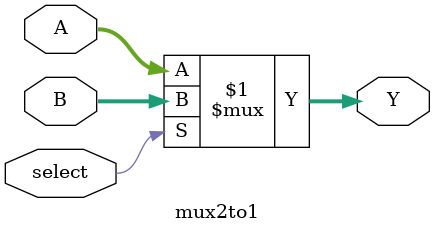
<source format=v>
module mux2to1 #(parameter N = 32) (
    input [N-1:0] A, B,   
    input select,            
    output [N-1:0] Y     
);
    assign Y = select ? B : A; 
endmodule


</source>
